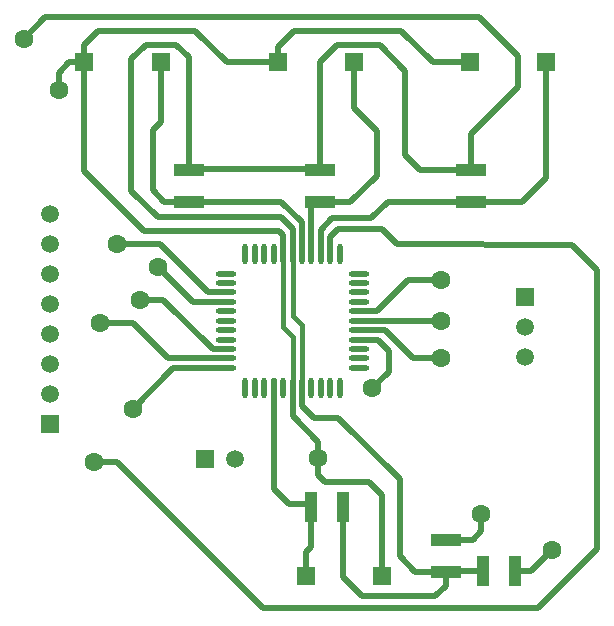
<source format=gtl>
%FSDAX23Y23*%
%MOIN*%
%SFA1B1*%

%IPPOS*%
%ADD10R,0.102360X0.043310*%
%ADD11R,0.043310X0.102360*%
%ADD12O,0.019680X0.068900*%
%ADD13O,0.021650X0.068900*%
%ADD14O,0.068900X0.019680*%
%ADD15R,0.059050X0.059050*%
%ADD16C,0.020000*%
%ADD17C,0.025000*%
%ADD18C,0.015000*%
%ADD19C,0.059050*%
%ADD20R,0.059050X0.059050*%
%ADD21C,0.062990*%
%LNcrip2-1*%
%LPD*%
G54D10*
X01460Y00148D03*
Y00255D03*
X01545Y01488D03*
Y01381D03*
X01040Y01487D03*
Y01381D03*
X00605Y01488D03*
Y01381D03*
G54D11*
X01693Y00150D03*
X01586D03*
X01118Y00365D03*
X01011D03*
G54D12*
X00792Y00762D03*
X00824D03*
X00855D03*
X00918D03*
X00950D03*
X00981D03*
X01012D03*
X01044D03*
X01075D03*
X01107D03*
Y01207D03*
X01075D03*
X01044D03*
X01012D03*
X00981D03*
X00950D03*
X00918D03*
X00887D03*
X00855D03*
X00824D03*
X00792D03*
G54D13*
X00887Y00762D03*
G54D14*
X01172Y00827D03*
Y00859D03*
Y00890D03*
Y00922D03*
Y00953D03*
Y00985D03*
Y01016D03*
Y01047D03*
Y01079D03*
Y01110D03*
Y01142D03*
X00727D03*
Y01110D03*
Y01079D03*
Y01047D03*
Y01016D03*
Y00985D03*
Y00953D03*
Y00922D03*
Y00890D03*
Y00859D03*
Y00827D03*
G54D15*
X01249Y00133D03*
X00994D03*
X00255Y01846D03*
X00510D03*
X00900D03*
X01155D03*
X01540D03*
X01795D03*
X00659Y00523D03*
G54D16*
X00204Y01846D02*
X00255D01*
X00956Y01952D02*
X01311D01*
X00900Y01896D02*
X00956Y01952D01*
X00900Y01846D02*
Y01896D01*
X01311Y01952D02*
X01417Y01846D01*
X01578Y00283D02*
Y00342D01*
X01550Y00255D02*
X01578Y00283D01*
X01460Y00255D02*
X01550D01*
X00684Y00890D02*
X00727D01*
X00519Y01055D02*
X00684Y00890D01*
X00440Y01055D02*
X00519D01*
X01883Y01236D02*
X01964Y01155D01*
Y00224D02*
Y01155D01*
X01767Y00027D02*
X01964Y00224D01*
X01298Y01240D02*
X01883Y01236D01*
X01248Y01291D02*
X01298Y01240D01*
X01102Y01291D02*
X01248D01*
X01204Y00448D02*
X01249Y00403D01*
X01059Y00448D02*
X01204D01*
X01035Y00472D02*
X01059Y00448D01*
X01249Y00133D02*
Y00403D01*
X01035Y00472D02*
Y00527D01*
Y00582*
X00950Y00668D02*
X01035Y00582D01*
X00950Y00668D02*
Y00762D01*
X01103Y00660D02*
X01307Y00456D01*
Y00200D02*
Y00456D01*
Y00200D02*
X01359Y00148D01*
X01460*
X01021Y00660D02*
X01103D01*
X01425Y00066D02*
X01460Y00101D01*
X01181Y00066D02*
X01425D01*
X01118Y00129D02*
X01181Y00066D01*
X01118Y00129D02*
Y00365D01*
X01460Y00101D02*
Y00148D01*
X00417Y00976D02*
X00534Y00859D01*
X00307Y00976D02*
X00417D01*
X01417Y01846D02*
X01540D01*
X00732D02*
X00900D01*
X00625Y01952D02*
X00732Y01846D01*
X01075Y01264D02*
X01102Y01291D01*
X01075Y01207D02*
Y01264D01*
X01044Y01288D02*
X01082Y01326D01*
X01044Y01207D02*
Y01288D01*
X00617Y01047D02*
X00727D01*
X00578Y01086D02*
X00617Y01047D01*
X00578Y01086D02*
D01*
X00500Y01165D02*
X00578Y01086D01*
X01172Y01016D02*
X01231D01*
X01334Y01120*
X01445*
X00910Y01329D02*
X00950Y01290D01*
X00501Y01329D02*
X00910D01*
X00905Y01283D02*
X00918Y01270D01*
X00456Y01283D02*
X00905D01*
X00918Y01207D02*
Y01270D01*
X00287Y00515D02*
X00364D01*
X00412Y01857D02*
X00460Y01905D01*
X00412Y01418D02*
X00501Y01329D01*
X00412Y01418D02*
Y01857D01*
X01714Y01381D02*
X01795Y01462D01*
X01358Y00984D02*
X01445Y00985D01*
X01475Y00150D02*
X01586D01*
X01745D02*
X01815Y00220D01*
X00981Y01207D02*
Y01313D01*
X00887Y00424D02*
Y00762D01*
X01012Y01207D02*
Y01380D01*
X01693Y00150D02*
X01745D01*
X01795Y01462D02*
Y01846D01*
X01172Y00985D02*
X01358Y00984D01*
X00950Y01207D02*
Y01290D01*
X00994Y00133D02*
Y00214D01*
X01011Y00232*
Y00365*
X00913Y01381D02*
X00981Y01313D01*
X00887Y00424D02*
X00937Y00374D01*
X01002*
X00551Y00827D02*
X00727D01*
X01545Y01607D02*
X01700Y01763D01*
Y01866*
X01376Y01488D02*
X01545D01*
Y01607*
X01326Y01537D02*
X01376Y01488D01*
X01240Y01905D02*
X01326Y01818D01*
Y01537D02*
Y01818D01*
X01040Y01490D02*
Y01847D01*
X01098Y01905*
X01240*
X00460D02*
X00562D01*
X00605Y01488D02*
Y01863D01*
X00562Y01905D02*
X00605Y01863D01*
X00256Y01483D02*
X00456Y01283D01*
X01082Y01326D02*
X01212D01*
X01267Y01381*
X01714*
X00417Y00692D02*
X00551Y00827D01*
X00981Y00699D02*
X01021Y00660D01*
X00981Y00699D02*
Y00762D01*
X01172Y00953D02*
X01259D01*
X01352Y00860*
X01445*
X01172Y00922D02*
X01235D01*
X01216Y00759D02*
X01271Y00814D01*
Y00885*
X01235Y00922D02*
X01271Y00885D01*
X00606Y01490D02*
X01014D01*
X01155Y01694D02*
Y01846D01*
X01143Y01380D02*
X01232Y01468D01*
Y01618*
X01155Y01694D02*
X01232Y01618D01*
X01012Y01380D02*
X01143D01*
X00366Y01240D02*
X00508D01*
X00668Y01079*
X00727*
X00256Y01483D02*
Y01844D01*
X00255Y01846D02*
X00256Y01844D01*
X00255Y01846D02*
Y01846D01*
Y01846*
Y01904*
X00170Y01755D02*
Y01811D01*
X00204Y01846*
X00534Y00859D02*
X00727D01*
X00484Y01421D02*
X00523Y01381D01*
X00484Y01421D02*
Y01622D01*
X00510Y01648*
Y01846*
X00523Y01381D02*
X00913D01*
X00255Y01904D02*
X00303Y01952D01*
X00625*
X00364Y00515D02*
X00852Y00027D01*
X01767*
X00055Y01925D02*
X00125Y01996D01*
X01570*
X01700Y01866*
G54D17*
X00605Y01488D02*
X00606Y01490D01*
X01002Y00374D02*
X01008Y00367D01*
X01029Y01490D02*
X01040D01*
G54D18*
X00981Y00762D02*
Y00969D01*
X00950Y01000D02*
X00981Y00969D01*
X00950Y01000D02*
Y01207D01*
X00918Y00963D02*
Y01207D01*
Y00963D02*
X00950Y00931D01*
Y00762D02*
Y00931D01*
G54D19*
X00140Y01340D03*
Y01240D03*
Y01140D03*
Y01040D03*
Y00940D03*
Y00840D03*
Y00740D03*
X01725Y00865D03*
Y00965D03*
X00759Y00523D03*
G54D20*
X00140Y00640D03*
X01725Y01065D03*
G54D21*
X01578Y00342D03*
X00307Y00976D03*
X00440Y01055D03*
X01035Y00527D03*
X00287Y00515D03*
X00417Y00692D03*
X00500Y01165D03*
X00055Y01925D03*
X01445Y00985D03*
X00170Y01755D03*
X01445Y00860D03*
Y01120D03*
X01815Y00220D03*
X01216Y00759D03*
X00366Y01240D03*
M02*
</source>
